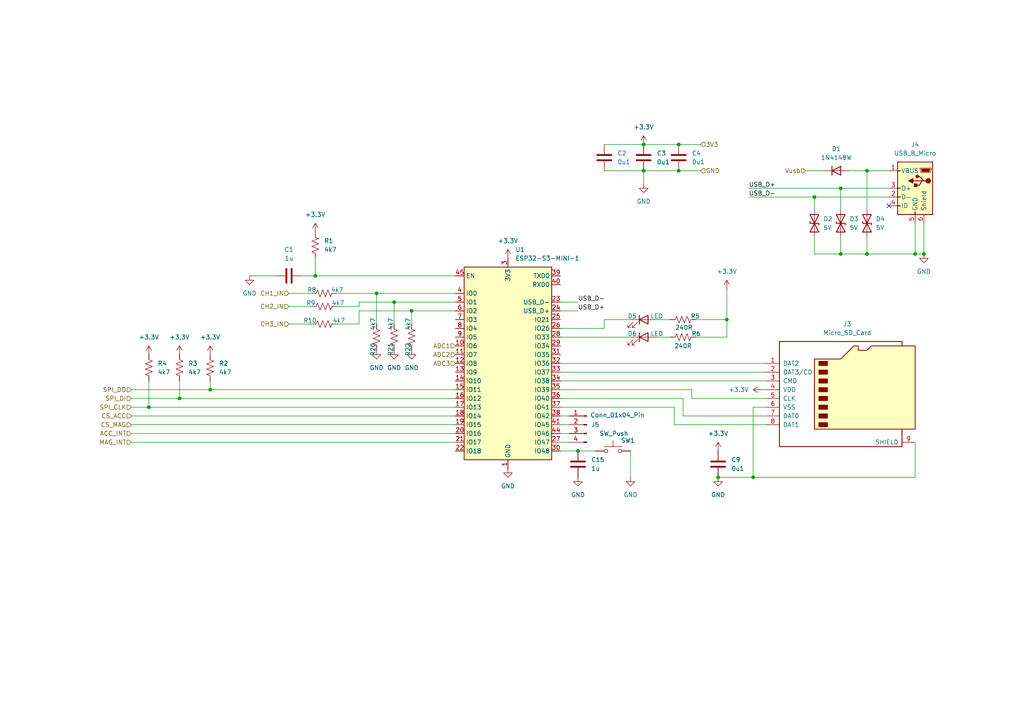
<source format=kicad_sch>
(kicad_sch (version 20250114) (generator "eeschema") (generator_version "9.0")
  (paper "A4")
  (lib_symbols
    (symbol "Connector:Conn_01x04_Pin" (pin_names (offset 1.016) (hide yes))
      (property "Reference" "J" (at 0 5.08 0))
      (property "Value" "Conn_01x04_Pin" (at 0 -7.62 0))
      (symbol "Conn_01x04_Pin_1_1"
        (rectangle (start 0.8636 2.667) (end 0 2.413) (stroke (width 0.1524)) (fill (type outline)))
        (rectangle (start 0.8636 0.127) (end 0 -0.127) (stroke (width 0.1524)) (fill (type outline)))
        (rectangle (start 0.8636 -2.413) (end 0 -2.667) (stroke (width 0.1524)) (fill (type outline)))
        (rectangle (start 0.8636 -4.953) (end 0 -5.207) (stroke (width 0.1524)) (fill (type outline)))
        (polyline (pts (xy 1.27 2.54) (xy 0.8636 2.54)) (stroke (width 0.1524)))
        (polyline (pts (xy 1.27 0) (xy 0.8636 0)) (stroke (width 0.1524)))
        (polyline (pts (xy 1.27 -2.54) (xy 0.8636 -2.54)) (stroke (width 0.1524)))
        (polyline (pts (xy 1.27 -5.08) (xy 0.8636 -5.08)) (stroke (width 0.1524)))
        (pin passive line (at 5.08 2.54 180) (length 3.81) (name "Pin_1") (number "1"))
        (pin passive line (at 5.08 0 180) (length 3.81) (name "Pin_2") (number "2"))
        (pin passive line (at 5.08 -2.54 180) (length 3.81) (name "Pin_3") (number "3"))
        (pin passive line (at 5.08 -5.08 180) (length 3.81) (name "Pin_4") (number "4"))
      )
    )
    (symbol "Connector:Micro_SD_Card" (pin_names (offset 1.016))
      (property "Reference" "J" (at -16.51 15.24 0))
      (property "Value" "Micro_SD_Card" (at 16.51 15.24 0))
      (symbol "Micro_SD_Card_0_1"
        (polyline (pts (xy -8.89 -11.43) (xy -8.89 8.89) (xy -1.27 8.89) (xy 2.54 12.7) (xy 3.81 12.7) (xy 3.81 11.43) (xy 6.35 11.43) (xy 7.62 12.7) (xy 20.32 12.7) (xy 20.32 -11.43) (xy -8.89 -11.43)) (stroke (width 0.254)) (fill (type background)))
        (rectangle (start -7.62 8.255) (end -5.08 6.985) (fill (type outline)))
        (rectangle (start -7.62 5.715) (end -5.08 4.445) (fill (type outline)))
        (rectangle (start -7.62 3.175) (end -5.08 1.905) (fill (type outline)))
        (rectangle (start -7.62 0.635) (end -5.08 -0.635) (fill (type outline)))
        (rectangle (start -7.62 -1.905) (end -5.08 -3.175) (fill (type outline)))
        (rectangle (start -7.62 -4.445) (end -5.08 -5.715) (fill (type outline)))
        (rectangle (start -7.62 -6.985) (end -5.08 -8.255) (fill (type outline)))
        (rectangle (start -7.62 -9.525) (end -5.08 -10.795) (fill (type outline)))
        (polyline (pts (xy 16.51 12.7) (xy 16.51 13.97) (xy -19.05 13.97) (xy -19.05 -16.51) (xy 16.51 -16.51) (xy 16.51 -11.43)) (stroke (width 0.254)))
      )
      (symbol "Micro_SD_Card_1_1"
        (pin bidirectional line (at -22.86 7.62 0) (length 3.81) (name "DAT2") (number "1"))
        (pin bidirectional line (at -22.86 5.08 0) (length 3.81) (name "DAT3/CD") (number "2"))
        (pin input line (at -22.86 2.54 0) (length 3.81) (name "CMD") (number "3"))
        (pin power_in line (at -22.86 0 0) (length 3.81) (name "VDD") (number "4"))
        (pin input line (at -22.86 -2.54 0) (length 3.81) (name "CLK") (number "5"))
        (pin power_in line (at -22.86 -5.08 0) (length 3.81) (name "VSS") (number "6"))
        (pin bidirectional line (at -22.86 -7.62 0) (length 3.81) (name "DAT0") (number "7"))
        (pin bidirectional line (at -22.86 -10.16 0) (length 3.81) (name "DAT1") (number "8"))
        (pin passive line (at 20.32 -15.24 180) (length 3.81) (name "SHIELD") (number "9"))
      )
    )
    (symbol "Connector:USB_B_Micro" (pin_names (offset 1.016))
      (property "Reference" "J" (at -5.08 11.43 0))
      (property "Value" "USB_B_Micro" (at -5.08 8.89 0))
      (symbol "USB_B_Micro_0_1"
        (rectangle (start -5.08 -7.62) (end 5.08 7.62) (stroke (width 0.254)) (fill (type background)))
        (polyline (pts (xy -4.699 5.842) (xy -4.699 5.588) (xy -4.445 4.826) (xy -4.445 4.572) (xy -1.651 4.572) (xy -1.651 4.826) (xy -1.397 5.588) (xy -1.397 5.842) (xy -4.699 5.842)))
        (polyline (pts (xy -4.318 5.588) (xy -1.778 5.588) (xy -2.032 4.826) (xy -4.064 4.826) (xy -4.318 5.588)) (fill (type outline)))
        (circle (center -3.81 2.159) (radius 0.635) (stroke (width 0.254)) (fill (type outline)))
        (polyline (pts (xy -3.175 2.159) (xy -2.54 2.159) (xy -1.27 3.429) (xy -0.635 3.429)) (stroke (width 0.254)))
        (polyline (pts (xy -2.54 2.159) (xy -1.905 2.159) (xy -1.27 0.889) (xy 0 0.889)) (stroke (width 0.254)))
        (polyline (pts (xy -1.905 2.159) (xy 0.635 2.159)) (stroke (width 0.254)))
        (circle (center -0.635 3.429) (radius 0.381) (stroke (width 0.254)) (fill (type outline)))
        (rectangle (start -0.127 -7.62) (end 0.127 -6.858))
        (rectangle (start 0.254 1.27) (end -0.508 0.508) (stroke (width 0.254)) (fill (type outline)))
        (polyline (pts (xy 0.635 2.794) (xy 0.635 1.524) (xy 1.905 2.159) (xy 0.635 2.794)) (stroke (width 0.254)) (fill (type outline)))
        (rectangle (start 5.08 4.953) (end 4.318 5.207))
        (rectangle (start 5.08 -0.127) (end 4.318 0.127))
        (rectangle (start 5.08 -2.667) (end 4.318 -2.413))
        (rectangle (start 5.08 -5.207) (end 4.318 -4.953))
      )
      (symbol "USB_B_Micro_1_1"
        (pin passive line (at -2.54 -10.16 90) (length 2.54) (name "Shield") (number "6"))
        (pin power_out line (at 0 -10.16 90) (length 2.54) (name "GND") (number "5"))
        (pin power_out line (at 7.62 5.08 180) (length 2.54) (name "VBUS") (number "1"))
        (pin bidirectional line (at 7.62 0 180) (length 2.54) (name "D+") (number "3"))
        (pin bidirectional line (at 7.62 -2.54 180) (length 2.54) (name "D-") (number "2"))
        (pin passive line (at 7.62 -5.08 180) (length 2.54) (name "ID") (number "4"))
      )
    )
    (symbol "Device:C" (pin_numbers (hide yes)) (pin_names (offset 0.254))
      (property "Reference" "C" (at 0.635 2.54 0))
      (property "Value" "C" (at 0.635 -2.54 0))
      (symbol "C_0_1"
        (polyline (pts (xy -2.032 0.762) (xy 2.032 0.762)) (stroke (width 0.508)))
        (polyline (pts (xy -2.032 -0.762) (xy 2.032 -0.762)) (stroke (width 0.508)))
      )
      (symbol "C_1_1"
        (pin passive line (at 0 3.81 270) (length 2.794) (name "~") (number "1"))
        (pin passive line (at 0 -3.81 90) (length 2.794) (name "~") (number "2"))
      )
    )
    (symbol "Device:D_TVS" (pin_numbers (hide yes)) (pin_names (offset 1.016) (hide yes))
      (property "Reference" "D" (at 0 2.54 0))
      (property "Value" "D_TVS" (at 0 -2.54 0))
      (symbol "D_TVS_0_1"
        (polyline (pts (xy -2.54 1.27) (xy -2.54 -1.27) (xy 2.54 1.27) (xy 2.54 -1.27) (xy -2.54 1.27)) (stroke (width 0.254)))
        (polyline (pts (xy 0.508 1.27) (xy 0 1.27) (xy 0 -1.27) (xy -0.508 -1.27)) (stroke (width 0.254)))
        (polyline (pts (xy 1.27 0) (xy -1.27 0)))
      )
      (symbol "D_TVS_1_1"
        (pin passive line (at -3.81 0 0) (length 2.54) (name "A1") (number "1"))
        (pin passive line (at 3.81 0 180) (length 2.54) (name "A2") (number "2"))
      )
    )
    (symbol "Device:LED" (pin_numbers (hide yes)) (pin_names (offset 1.016) (hide yes))
      (property "Reference" "D" (at 0 2.54 0))
      (property "Value" "LED" (at 0 -2.54 0))
      (symbol "LED_0_1"
        (polyline (pts (xy -3.048 -0.762) (xy -4.572 -2.286) (xy -3.81 -2.286) (xy -4.572 -2.286) (xy -4.572 -1.524)))
        (polyline (pts (xy -1.778 -0.762) (xy -3.302 -2.286) (xy -2.54 -2.286) (xy -3.302 -2.286) (xy -3.302 -1.524)))
        (polyline (pts (xy -1.27 0) (xy 1.27 0)))
        (polyline (pts (xy -1.27 -1.27) (xy -1.27 1.27)) (stroke (width 0.254)))
        (polyline (pts (xy 1.27 -1.27) (xy 1.27 1.27) (xy -1.27 0) (xy 1.27 -1.27)) (stroke (width 0.254)))
      )
      (symbol "LED_1_1"
        (pin passive line (at -3.81 0 0) (length 2.54) (name "K") (number "1"))
        (pin passive line (at 3.81 0 180) (length 2.54) (name "A") (number "2"))
      )
    )
    (symbol "Device:R_US" (pin_numbers (hide yes)) (pin_names (offset 0))
      (property "Reference" "R" (at 2.54 0 90))
      (property "Value" "R_US" (at -2.54 0 90))
      (symbol "R_US_0_1"
        (polyline (pts (xy 0 2.286) (xy 0 2.54)))
        (polyline (pts (xy 0 2.286) (xy 1.016 1.905) (xy 0 1.524) (xy -1.016 1.143) (xy 0 0.762)))
        (polyline (pts (xy 0 0.762) (xy 1.016 0.381) (xy 0 0) (xy -1.016 -0.381) (xy 0 -0.762)))
        (polyline (pts (xy 0 -0.762) (xy 1.016 -1.143) (xy 0 -1.524) (xy -1.016 -1.905) (xy 0 -2.286)))
        (polyline (pts (xy 0 -2.286) (xy 0 -2.54)))
      )
      (symbol "R_US_1_1"
        (pin passive line (at 0 3.81 270) (length 1.27) (name "~") (number "1"))
        (pin passive line (at 0 -3.81 90) (length 1.27) (name "~") (number "2"))
      )
    )
    (symbol "Diode:1N4148W" (pin_numbers (hide yes)) (pin_names (hide yes))
      (property "Reference" "D" (at 0 2.54 0))
      (property "Value" "1N4148W" (at 0 -2.54 0))
      (symbol "1N4148W_0_1"
        (polyline (pts (xy -1.27 1.27) (xy -1.27 -1.27)) (stroke (width 0.254)))
        (polyline (pts (xy 1.27 1.27) (xy 1.27 -1.27) (xy -1.27 0) (xy 1.27 1.27)) (stroke (width 0.254)))
        (polyline (pts (xy 1.27 0) (xy -1.27 0)))
      )
      (symbol "1N4148W_1_1"
        (pin passive line (at -3.81 0 0) (length 2.54) (name "K") (number "1"))
        (pin passive line (at 3.81 0 180) (length 2.54) (name "A") (number "2"))
      )
    )
    (symbol "RF_Module:ESP32-S3-MINI-1"
      (property "Reference" "U" (at -11.43 29.21 0))
      (property "Value" "ESP32-S3-MINI-1" (at 12.7 29.21 0))
      (symbol "ESP32-S3-MINI-1_0_1"
        (rectangle (start -12.7 27.94) (end 12.7 -27.94) (stroke (width 0.254)) (fill (type background)))
      )
      (symbol "ESP32-S3-MINI-1_1_1"
        (pin input line (at -15.24 25.4 0) (length 2.54) (name "EN") (number "45"))
        (pin bidirectional line (at -15.24 20.32 0) (length 2.54) (name "IO0") (number "4"))
        (pin bidirectional line (at -15.24 17.78 0) (length 2.54) (name "IO1") (number "5"))
        (pin bidirectional line (at -15.24 15.24 0) (length 2.54) (name "IO2") (number "6"))
        (pin bidirectional line (at -15.24 12.7 0) (length 2.54) (name "IO3") (number "7"))
        (pin bidirectional line (at -15.24 10.16 0) (length 2.54) (name "IO4") (number "8"))
        (pin bidirectional line (at -15.24 7.62 0) (length 2.54) (name "IO5") (number "9"))
        (pin bidirectional line (at -15.24 5.08 0) (length 2.54) (name "IO6") (number "10"))
        (pin bidirectional line (at -15.24 2.54 0) (length 2.54) (name "IO7") (number "11"))
        (pin bidirectional line (at -15.24 0 0) (length 2.54) (name "IO8") (number "12"))
        (pin bidirectional line (at -15.24 -2.54 0) (length 2.54) (name "IO9") (number "13"))
        (pin bidirectional line (at -15.24 -5.08 0) (length 2.54) (name "IO10") (number "14"))
        (pin bidirectional line (at -15.24 -7.62 0) (length 2.54) (name "IO11") (number "15"))
        (pin bidirectional line (at -15.24 -10.16 0) (length 2.54) (name "IO12") (number "16"))
        (pin bidirectional line (at -15.24 -12.7 0) (length 2.54) (name "IO13") (number "17"))
        (pin bidirectional line (at -15.24 -15.24 0) (length 2.54) (name "IO14") (number "18"))
        (pin bidirectional line (at -15.24 -17.78 0) (length 2.54) (name "IO15") (number "19"))
        (pin bidirectional line (at -15.24 -20.32 0) (length 2.54) (name "IO16") (number "20"))
        (pin bidirectional line (at -15.24 -22.86 0) (length 2.54) (name "IO17") (number "21"))
        (pin bidirectional line (at -15.24 -25.4 0) (length 2.54) (name "IO18") (number "22"))
        (pin power_in line (at 0 30.48 270) (length 2.54) (name "3V3") (number "3"))
        (pin power_in line (at 0 -30.48 90) (length 2.54) (name "GND") (number "1"))
        (pin passive line (at 0 -30.48 90) (length 2.54) (hide yes) (name "GND") (number "2"))
        (pin passive line (at 0 -30.48 90) (length 2.54) (hide yes) (name "GND") (number "42"))
        (pin passive line (at 0 -30.48 90) (length 2.54) (hide yes) (name "GND") (number "43"))
        (pin passive line (at 0 -30.48 90) (length 2.54) (hide yes) (name "GND") (number "46"))
        (pin passive line (at 0 -30.48 90) (length 2.54) (hide yes) (name "GND") (number "47"))
        (pin passive line (at 0 -30.48 90) (length 2.54) (hide yes) (name "GND") (number "48"))
        (pin passive line (at 0 -30.48 90) (length 2.54) (hide yes) (name "GND") (number "49"))
        (pin passive line (at 0 -30.48 90) (length 2.54) (hide yes) (name "GND") (number "50"))
        (pin passive line (at 0 -30.48 90) (length 2.54) (hide yes) (name "GND") (number "51"))
        (pin passive line (at 0 -30.48 90) (length 2.54) (hide yes) (name "GND") (number "52"))
        (pin passive line (at 0 -30.48 90) (length 2.54) (hide yes) (name "GND") (number "53"))
        (pin passive line (at 0 -30.48 90) (length 2.54) (hide yes) (name "GND") (number "54"))
        (pin passive line (at 0 -30.48 90) (length 2.54) (hide yes) (name "GND") (number "55"))
        (pin passive line (at 0 -30.48 90) (length 2.54) (hide yes) (name "GND") (number "56"))
        (pin passive line (at 0 -30.48 90) (length 2.54) (hide yes) (name "GND") (number "57"))
        (pin passive line (at 0 -30.48 90) (length 2.54) (hide yes) (name "GND") (number "58"))
        (pin passive line (at 0 -30.48 90) (length 2.54) (hide yes) (name "GND") (number "59"))
        (pin passive line (at 0 -30.48 90) (length 2.54) (hide yes) (name "GND") (number "60"))
        (pin passive line (at 0 -30.48 90) (length 2.54) (hide yes) (name "GND") (number "61"))
        (pin passive line (at 0 -30.48 90) (length 2.54) (hide yes) (name "GND") (number "62"))
        (pin passive line (at 0 -30.48 90) (length 2.54) (hide yes) (name "GND") (number "63"))
        (pin passive line (at 0 -30.48 90) (length 2.54) (hide yes) (name "GND") (number "64"))
        (pin passive line (at 0 -30.48 90) (length 2.54) (hide yes) (name "GND") (number "65"))
        (pin bidirectional line (at 15.24 25.4 180) (length 2.54) (name "TXD0") (number "39"))
        (pin bidirectional line (at 15.24 22.86 180) (length 2.54) (name "RXD0") (number "40"))
        (pin bidirectional line (at 15.24 17.78 180) (length 2.54) (name "USB_D-") (number "23"))
        (pin bidirectional line (at 15.24 15.24 180) (length 2.54) (name "USB_D+") (number "24"))
        (pin bidirectional line (at 15.24 12.7 180) (length 2.54) (name "IO21") (number "25"))
        (pin bidirectional line (at 15.24 10.16 180) (length 2.54) (name "IO26") (number "26"))
        (pin bidirectional line (at 15.24 7.62 180) (length 2.54) (name "IO33") (number "28"))
        (pin bidirectional line (at 15.24 5.08 180) (length 2.54) (name "IO34") (number "29"))
        (pin bidirectional line (at 15.24 2.54 180) (length 2.54) (name "IO35") (number "31"))
        (pin bidirectional line (at 15.24 0 180) (length 2.54) (name "IO36") (number "32"))
        (pin bidirectional line (at 15.24 -2.54 180) (length 2.54) (name "IO37") (number "33"))
        (pin bidirectional line (at 15.24 -5.08 180) (length 2.54) (name "IO38") (number "34"))
        (pin bidirectional line (at 15.24 -7.62 180) (length 2.54) (name "IO39") (number "35"))
        (pin bidirectional line (at 15.24 -10.16 180) (length 2.54) (name "IO40") (number "36"))
        (pin bidirectional line (at 15.24 -12.7 180) (length 2.54) (name "IO41") (number "37"))
        (pin bidirectional line (at 15.24 -15.24 180) (length 2.54) (name "IO42") (number "38"))
        (pin bidirectional line (at 15.24 -17.78 180) (length 2.54) (name "IO45") (number "41"))
        (pin bidirectional line (at 15.24 -20.32 180) (length 2.54) (name "IO46") (number "44"))
        (pin bidirectional line (at 15.24 -22.86 180) (length 2.54) (name "IO47") (number "27"))
        (pin bidirectional line (at 15.24 -25.4 180) (length 2.54) (name "IO48") (number "30"))
      )
    )
    (symbol "Switch:SW_Push" (pin_numbers (hide yes)) (pin_names (offset 1.016) (hide yes))
      (property "Reference" "SW" (at 1.27 2.54 0))
      (property "Value" "SW_Push" (at 0 -1.524 0))
      (symbol "SW_Push_0_1"
        (circle (center -2.032 0) (radius 0.508))
        (polyline (pts (xy 0 1.27) (xy 0 3.048)))
        (circle (center 2.032 0) (radius 0.508))
        (polyline (pts (xy 2.54 1.27) (xy -2.54 1.27)))
        (pin passive line (at -5.08 0 0) (length 2.54) (name "1") (number "1"))
        (pin passive line (at 5.08 0 180) (length 2.54) (name "2") (number "2"))
      )
    )
    (symbol "power:+3.3V" (power) (pin_numbers (hide yes)) (pin_names (offset 0) (hide yes))
      (property "Value" "+3.3V" (at 0 3.556 0))
      (symbol "+3.3V_0_1"
        (polyline (pts (xy -0.762 1.27) (xy 0 2.54)))
        (polyline (pts (xy 0 2.54) (xy 0.762 1.27)))
        (polyline (pts (xy 0 0) (xy 0 2.54)))
      )
      (symbol "+3.3V_1_1"
        (pin power_in line (at 0 0 90) (length 0) (name "~") (number "1"))
      )
    )
    (symbol "power:GND" (power) (pin_numbers (hide yes)) (pin_names (offset 0) (hide yes))
      (property "Value" "GND" (at 0 -3.81 0))
      (symbol "GND_0_1"
        (polyline (pts (xy 0 0) (xy 0 -1.27) (xy 1.27 -1.27) (xy 0 -2.54) (xy -1.27 -1.27) (xy 0 -1.27)))
      )
      (symbol "GND_1_1"
        (pin power_in line (at 0 0 270) (length 0) (name "~") (number "1"))
      )
    )
  )
  (junction (at 60.96 113.03))
  (junction (at 267.97 73.66))
  (junction (at 186.69 41.91))
  (junction (at 243.84 54.61))
  (junction (at 265.43 73.66))
  (junction (at 210.82 92.71))
  (junction (at 91.44 80.01))
  (junction (at 52.07 115.57))
  (junction (at 243.84 73.66))
  (junction (at 251.46 49.53))
  (junction (at 167.64 130.81))
  (junction (at 43.18 118.11))
  (junction (at 251.46 73.66))
  (junction (at 236.22 57.15))
  (junction (at 196.85 49.53))
  (junction (at 218.44 138.43))
  (junction (at 208.28 138.43))
  (junction (at 109.22 85.09))
  (junction (at 196.85 41.91))
  (junction (at 114.3 87.63))
  (junction (at 119.38 90.17))
  (junction (at 186.69 49.53))
  (no_connect (at 257.81 59.69))
  (wire (pts (xy 198.12 115.57) (xy 198.12 120.65)))
  (wire (pts (xy 165.1 125.73) (xy 162.56 125.73)))
  (wire (pts (xy 165.1 123.19) (xy 162.56 123.19)))
  (wire (pts (xy 243.84 54.61) (xy 257.81 54.61)))
  (wire (pts (xy 243.84 68.58) (xy 243.84 73.66)))
  (wire (pts (xy 38.1 118.11) (xy 43.18 118.11)))
  (wire (pts (xy 243.84 54.61) (xy 243.84 60.96)))
  (wire (pts (xy 104.14 88.9) (xy 104.14 87.63)))
  (wire (pts (xy 104.14 88.9) (xy 97.79 88.9)))
  (wire (pts (xy 97.79 93.98) (xy 104.14 93.98)))
  (wire (pts (xy 97.79 85.09) (xy 109.22 85.09)))
  (wire (pts (xy 243.84 73.66) (xy 236.22 73.66)))
  (wire (pts (xy 72.39 80.01) (xy 80.01 80.01)))
  (wire (pts (xy 182.88 92.71) (xy 175.26 92.71)))
  (wire (pts (xy 83.82 93.98) (xy 90.17 93.98)))
  (wire (pts (xy 43.18 110.49) (xy 43.18 118.11)))
  (wire (pts (xy 251.46 49.53) (xy 251.46 60.96)))
  (wire (pts (xy 222.25 123.19) (xy 195.58 123.19)))
  (wire (pts (xy 222.25 118.11) (xy 218.44 118.11)))
  (wire (pts (xy 236.22 57.15) (xy 236.22 60.96)))
  (wire (pts (xy 200.66 113.03) (xy 200.66 115.57)))
  (wire (pts (xy 38.1 128.27) (xy 132.08 128.27)))
  (wire (pts (xy 251.46 49.53) (xy 246.38 49.53)))
  (wire (pts (xy 251.46 68.58) (xy 251.46 73.66)))
  (wire (pts (xy 60.96 110.49) (xy 60.96 113.03)))
  (wire (pts (xy 265.43 64.77) (xy 265.43 73.66)))
  (wire (pts (xy 196.85 49.53) (xy 203.2 49.53)))
  (wire (pts (xy 175.26 92.71) (xy 175.26 95.25)))
  (wire (pts (xy 165.1 128.27) (xy 162.56 128.27)))
  (wire (pts (xy 201.93 92.71) (xy 210.82 92.71)))
  (wire (pts (xy 104.14 87.63) (xy 114.3 87.63)))
  (wire (pts (xy 236.22 57.15) (xy 257.81 57.15)))
  (wire (pts (xy 162.56 110.49) (xy 222.25 110.49)))
  (wire (pts (xy 109.22 85.09) (xy 109.22 93.98)))
  (wire (pts (xy 38.1 123.19) (xy 132.08 123.19)))
  (wire (pts (xy 162.56 130.81) (xy 167.64 130.81)))
  (wire (pts (xy 162.56 107.95) (xy 222.25 107.95)))
  (wire (pts (xy 218.44 118.11) (xy 218.44 138.43)))
  (wire (pts (xy 162.56 97.79) (xy 182.88 97.79)))
  (wire (pts (xy 218.44 138.43) (xy 265.43 138.43)))
  (wire (pts (xy 236.22 73.66) (xy 236.22 68.58)))
  (wire (pts (xy 60.96 113.03) (xy 132.08 113.03)))
  (wire (pts (xy 257.81 49.53) (xy 251.46 49.53)))
  (wire (pts (xy 186.69 49.53) (xy 196.85 49.53)))
  (wire (pts (xy 251.46 73.66) (xy 243.84 73.66)))
  (wire (pts (xy 38.1 120.65) (xy 132.08 120.65)))
  (wire (pts (xy 210.82 97.79) (xy 201.93 97.79)))
  (wire (pts (xy 233.68 49.53) (xy 238.76 49.53)))
  (wire (pts (xy 210.82 83.82) (xy 210.82 92.71)))
  (wire (pts (xy 175.26 41.91) (xy 186.69 41.91)))
  (wire (pts (xy 83.82 88.9) (xy 90.17 88.9)))
  (wire (pts (xy 195.58 118.11) (xy 195.58 123.19)))
  (wire (pts (xy 265.43 138.43) (xy 265.43 128.27)))
  (wire (pts (xy 119.38 90.17) (xy 119.38 93.98)))
  (wire (pts (xy 182.88 130.81) (xy 182.88 138.43)))
  (wire (pts (xy 222.25 113.03) (xy 220.98 113.03)))
  (wire (pts (xy 132.08 80.01) (xy 91.44 80.01)))
  (wire (pts (xy 217.17 54.61) (xy 243.84 54.61)))
  (wire (pts (xy 200.66 113.03) (xy 162.56 113.03)))
  (wire (pts (xy 194.31 92.71) (xy 190.5 92.71)))
  (wire (pts (xy 52.07 110.49) (xy 52.07 115.57)))
  (wire (pts (xy 194.31 97.79) (xy 190.5 97.79)))
  (wire (pts (xy 119.38 90.17) (xy 132.08 90.17)))
  (wire (pts (xy 162.56 90.17) (xy 167.64 90.17)))
  (wire (pts (xy 109.22 85.09) (xy 132.08 85.09)))
  (wire (pts (xy 267.97 64.77) (xy 267.97 73.66)))
  (wire (pts (xy 87.63 80.01) (xy 91.44 80.01)))
  (wire (pts (xy 218.44 138.43) (xy 208.28 138.43)))
  (wire (pts (xy 265.43 73.66) (xy 251.46 73.66)))
  (wire (pts (xy 91.44 74.93) (xy 91.44 80.01)))
  (wire (pts (xy 104.14 90.17) (xy 119.38 90.17)))
  (wire (pts (xy 195.58 118.11) (xy 162.56 118.11)))
  (wire (pts (xy 175.26 49.53) (xy 186.69 49.53)))
  (wire (pts (xy 38.1 115.57) (xy 52.07 115.57)))
  (wire (pts (xy 186.69 49.53) (xy 186.69 53.34)))
  (wire (pts (xy 217.17 57.15) (xy 236.22 57.15)))
  (wire (pts (xy 210.82 92.71) (xy 210.82 97.79)))
  (wire (pts (xy 43.18 118.11) (xy 132.08 118.11)))
  (wire (pts (xy 83.82 85.09) (xy 90.17 85.09)))
  (wire (pts (xy 175.26 95.25) (xy 162.56 95.25)))
  (wire (pts (xy 162.56 87.63) (xy 167.64 87.63)))
  (wire (pts (xy 162.56 105.41) (xy 222.25 105.41)))
  (wire (pts (xy 52.07 115.57) (xy 132.08 115.57)))
  (wire (pts (xy 198.12 115.57) (xy 162.56 115.57)))
  (wire (pts (xy 104.14 93.98) (xy 104.14 90.17)))
  (wire (pts (xy 167.64 130.81) (xy 172.72 130.81)))
  (wire (pts (xy 114.3 87.63) (xy 114.3 93.98)))
  (wire (pts (xy 165.1 120.65) (xy 162.56 120.65)))
  (wire (pts (xy 222.25 115.57) (xy 200.66 115.57)))
  (wire (pts (xy 267.97 73.66) (xy 265.43 73.66)))
  (wire (pts (xy 186.69 41.91) (xy 196.85 41.91)))
  (wire (pts (xy 222.25 120.65) (xy 198.12 120.65)))
  (wire (pts (xy 114.3 87.63) (xy 132.08 87.63)))
  (wire (pts (xy 38.1 113.03) (xy 60.96 113.03)))
  (wire (pts (xy 38.1 125.73) (xy 132.08 125.73)))
  (wire (pts (xy 203.2 41.91) (xy 196.85 41.91)))
  (label "USB_D-" (at 167.64 87.63 0))
  (label "USB_D+" (at 167.64 90.17 0))
  (label "USB_D-" (at 217.17 57.15 0))
  (label "USB_D+" (at 217.17 54.61 0))
  (hierarchical_label "SPI_DO" (shape input) (at 38.1 113.03 180))
  (hierarchical_label "CH1_IN" (shape input) (at 83.82 85.09 180))
  (hierarchical_label "ADC2" (shape input) (at 132.08 102.87 180))
  (hierarchical_label "3V3" (shape input) (at 203.2 41.91 0))
  (hierarchical_label "SPI_CLK" (shape input) (at 38.1 118.11 180))
  (hierarchical_label "MAG_INT" (shape input) (at 38.1 128.27 180))
  (hierarchical_label "CH2_IN" (shape input) (at 83.82 88.9 180))
  (hierarchical_label "Vusb" (shape input) (at 233.68 49.53 180))
  (hierarchical_label "CS_MAG" (shape input) (at 38.1 123.19 180))
  (hierarchical_label "ADC3" (shape input) (at 132.08 105.41 180))
  (hierarchical_label "SPI_DI" (shape input) (at 38.1 115.57 180))
  (hierarchical_label "ADC1" (shape input) (at 132.08 100.33 180))
  (hierarchical_label "ACC_INT" (shape input) (at 38.1 125.73 180))
  (hierarchical_label "GND" (shape input) (at 203.2 49.53 0))
  (hierarchical_label "CH3_IN" (shape input) (at 83.82 93.98 180))
  (hierarchical_label "CS_ACC" (shape input) (at 38.1 120.65 180))
  (symbol (lib_id "Device:C") (at 186.69 45.72 0) (unit 1)
    (property "Reference" "C3" (at 190.5 44.4499 0) (effects (justify left)))
    (property "Value" "0u1" (at 190.5 46.9899 0) (effects (justify left)))
    (property "Footprint" "Capacitor_SMD:C_0603_1608Metric" (effects (hide yes)))
    (property "Description" "Unpolarized capacitor" (effects (hide yes)))
  )
  (symbol (lib_id "Device:R_US") (at 43.18 106.68 0) (unit 1)
    (property "Reference" "R4" (at 45.72 105.4099 0) (effects (justify left)))
    (property "Value" "4k7" (at 45.72 107.9499 0) (effects (justify left)))
    (property "Footprint" "Resistor_SMD:R_0603_1608Metric_Pad0.98x0.95mm_HandSolder" (effects (hide yes)))
    (property "Description" "Resistor, US symbol" (effects (hide yes)))
  )
  (symbol (lib_id "power:+3.3V") (at 60.96 102.87 0) (unit 1)
    (property "Reference" "#PWR018" (effects (hide yes)))
    (property "Value" "+3.3V" (at 60.96 97.79 0))
    (property "Description" "Power symbol creates a global label with name \"+3.3V\"" (effects (hide yes)))
  )
  (symbol (lib_id "power:GND") (at 114.3 101.6 0) (unit 1)
    (property "Reference" "#PWR041" (effects (hide yes)))
    (property "Value" "GND" (at 114.3 106.68 0))
    (property "Description" "Power symbol creates a global label with name \"GND\" , ground" (effects (hide yes)))
  )
  (symbol (lib_id "power:GND") (at 182.88 138.43 0) (unit 1)
    (property "Reference" "#PWR028" (effects (hide yes)))
    (property "Value" "GND" (at 182.88 143.51 0))
    (property "Description" "Power symbol creates a global label with name \"GND\" , ground" (effects (hide yes)))
  )
  (symbol (lib_id "power:+3.3V") (at 208.28 130.81 0) (unit 1)
    (property "Reference" "#PWR017" (effects (hide yes)))
    (property "Value" "+3.3V" (at 208.28 125.73 0))
    (property "Description" "Power symbol creates a global label with name \"+3.3V\"" (effects (hide yes)))
  )
  (symbol (lib_id "power:+3.3V") (at 52.07 102.87 0) (unit 1)
    (property "Reference" "#PWR019" (effects (hide yes)))
    (property "Value" "+3.3V" (at 52.07 97.79 0))
    (property "Description" "Power symbol creates a global label with name \"+3.3V\"" (effects (hide yes)))
  )
  (symbol (lib_id "power:+3.3V") (at 43.18 102.87 0) (unit 1)
    (property "Reference" "#PWR020" (effects (hide yes)))
    (property "Value" "+3.3V" (at 43.18 97.79 0))
    (property "Description" "Power symbol creates a global label with name \"+3.3V\"" (effects (hide yes)))
  )
  (symbol (lib_id "Device:R_US") (at 114.3 97.79 180) (unit 1)
    (property "Reference" "R21" (at 113.284 101.346 90))
    (property "Value" "4k7" (at 113.284 93.98 90))
    (property "Footprint" "Resistor_SMD:R_0603_1608Metric_Pad0.98x0.95mm_HandSolder" (effects (hide yes)))
    (property "Description" "Resistor, US symbol" (effects (hide yes)))
  )
  (symbol (lib_id "power:GND") (at 186.69 53.34 0) (unit 1)
    (property "Reference" "#PWR03" (effects (hide yes)))
    (property "Value" "GND" (at 186.69 58.42 0))
    (property "Description" "Power symbol creates a global label with name \"GND\" , ground" (effects (hide yes)))
  )
  (symbol (lib_id "Device:LED") (at 186.69 92.71 0) (unit 1)
    (property "Reference" "D5" (at 183.388 91.694 0))
    (property "Value" "LED" (at 190.5 91.694 0))
    (property "Footprint" "LED_SMD:LED_0603_1608Metric_Pad1.05x0.95mm_HandSolder" (effects (hide yes)))
    (property "Description" "Light emitting diode" (effects (hide yes)))
    (property "Sim.Pins" "1=K 2=A" (effects (hide yes)))
  )
  (symbol (lib_id "power:+3.3V") (at 186.69 41.91 0) (unit 1)
    (property "Reference" "#PWR04" (effects (hide yes)))
    (property "Value" "+3.3V" (at 186.69 36.83 0))
    (property "Description" "Power symbol creates a global label with name \"+3.3V\"" (effects (hide yes)))
  )
  (symbol (lib_id "Device:C") (at 83.82 80.01 270) (unit 1)
    (property "Reference" "C1" (at 83.82 72.39 90))
    (property "Value" "1u" (at 83.82 74.93 90))
    (property "Footprint" "Capacitor_SMD:C_1206_3216Metric" (effects (hide yes)))
    (property "Description" "Unpolarized capacitor" (effects (hide yes)))
  )
  (symbol (lib_id "Device:R_US") (at 91.44 71.12 0) (unit 1)
    (property "Reference" "R1" (at 93.98 69.8499 0) (effects (justify left)))
    (property "Value" "4k7" (at 93.98 72.3899 0) (effects (justify left)))
    (property "Footprint" "Resistor_SMD:R_0603_1608Metric_Pad0.98x0.95mm_HandSolder" (effects (hide yes)))
    (property "Description" "Resistor, US symbol" (effects (hide yes)))
  )
  (symbol (lib_id "Device:D_TVS") (at 243.84 64.77 90) (unit 1)
    (property "Reference" "D3" (at 246.38 63.4999 90) (effects (justify right)))
    (property "Value" "5V" (at 246.38 66.0399 90) (effects (justify right)))
    (property "Footprint" "Diode_SMD:D_SOD-123" (effects (hide yes)))
    (property "Description" "Bidirectional transient-voltage-suppression diode" (effects (hide yes)))
  )
  (symbol (lib_id "power:GND") (at 109.22 101.6 0) (unit 1)
    (property "Reference" "#PWR040" (effects (hide yes)))
    (property "Value" "GND" (at 109.22 106.68 0))
    (property "Description" "Power symbol creates a global label with name \"GND\" , ground" (effects (hide yes)))
  )
  (symbol (lib_id "power:+3.3V") (at 210.82 83.82 0) (unit 1)
    (property "Reference" "#PWR021" (effects (hide yes)))
    (property "Value" "+3.3V" (at 210.82 78.74 0))
    (property "Description" "Power symbol creates a global label with name \"+3.3V\"" (effects (hide yes)))
  )
  (symbol (lib_id "RF_Module:ESP32-S3-MINI-1") (at 147.32 105.41 0) (unit 1)
    (property "Reference" "U1" (at 149.4633 72.39 0) (effects (justify left)))
    (property "Value" "ESP32-S3-MINI-1" (at 149.4633 74.93 0) (effects (justify left)))
    (property "Footprint" "RF_Module:ESP32-S2-MINI-1" (effects (hide yes)))
    (property "Datasheet" "https://www.espressif.com/sites/default/files/documentation/esp32-s3-mini-1_mini-1u_datasheet_en.pdf" (effects (hide yes)))
    (property "Description" "RF Module, ESP32-S3 SoC, Wi-Fi 802.11b/g/n, Bluetooth, BLE, 32-bit, 3.3V, SMD, onboard antenna" (effects (hide yes)))
  )
  (symbol (lib_id "Connector:Micro_SD_Card") (at 245.11 113.03 0) (unit 1)
    (property "Reference" "J3" (at 245.745 93.98 0))
    (property "Value" "Micro_SD_Card" (at 245.745 96.52 0))
    (property "Footprint" "Connector_Card:microSD_HC_Wuerth_693072010801" (effects (hide yes)))
    (property "Datasheet" "https://www.we-online.com/components/products/datasheet/693072010801.pdf" (effects (hide yes)))
    (property "Description" "Micro SD Card Socket" (effects (hide yes)))
  )
  (symbol (lib_id "power:GND") (at 208.28 138.43 0) (unit 1)
    (property "Reference" "#PWR016" (effects (hide yes)))
    (property "Value" "GND" (at 208.28 143.51 0))
    (property "Description" "Power symbol creates a global label with name \"GND\" , ground" (effects (hide yes)))
  )
  (symbol (lib_id "Device:C") (at 175.26 45.72 0) (unit 1)
    (property "Reference" "C2" (at 179.07 44.4499 0) (effects (justify left)))
    (property "Value" "0u1" (at 179.07 46.9899 0) (effects (justify left)))
    (property "Footprint" "Capacitor_SMD:C_0603_1608Metric" (effects (hide yes)))
    (property "Description" "Unpolarized capacitor" (effects (hide yes)))
  )
  (symbol (lib_id "Device:R_US") (at 119.38 97.79 180) (unit 1)
    (property "Reference" "R22" (at 118.364 101.346 90))
    (property "Value" "4k7" (at 118.364 93.98 90))
    (property "Footprint" "Resistor_SMD:R_0603_1608Metric_Pad0.98x0.95mm_HandSolder" (effects (hide yes)))
    (property "Description" "Resistor, US symbol" (effects (hide yes)))
  )
  (symbol (lib_id "Device:D_TVS") (at 251.46 64.77 90) (unit 1)
    (property "Reference" "D4" (at 254 63.4999 90) (effects (justify right)))
    (property "Value" "5V" (at 254 66.0399 90) (effects (justify right)))
    (property "Footprint" "Diode_SMD:D_SOD-123" (effects (hide yes)))
    (property "Description" "Bidirectional transient-voltage-suppression diode" (effects (hide yes)))
  )
  (symbol (lib_id "power:GND") (at 167.64 138.43 0) (unit 1)
    (property "Reference" "#PWR027" (effects (hide yes)))
    (property "Value" "GND" (at 167.64 143.51 0))
    (property "Description" "Power symbol creates a global label with name \"GND\" , ground" (effects (hide yes)))
  )
  (symbol (lib_id "power:+3.3V") (at 220.98 113.03 90) (unit 1)
    (property "Reference" "#PWR015" (effects (hide yes)))
    (property "Value" "+3.3V" (at 217.17 113.0299 90) (effects (justify left)))
    (property "Description" "Power symbol creates a global label with name \"+3.3V\"" (effects (hide yes)))
  )
  (symbol (lib_id "Device:LED") (at 186.69 97.79 0) (unit 1)
    (property "Reference" "D6" (at 183.388 96.774 0))
    (property "Value" "LED" (at 190.5 96.774 0))
    (property "Footprint" "LED_SMD:LED_1206_3216Metric" (effects (hide yes)))
    (property "Description" "Light emitting diode" (effects (hide yes)))
    (property "Sim.Pins" "1=K 2=A" (effects (hide yes)))
  )
  (symbol (lib_id "power:GND") (at 267.97 73.66 0) (unit 1)
    (property "Reference" "#PWR01" (effects (hide yes)))
    (property "Value" "GND" (at 267.97 78.74 0))
    (property "Description" "Power symbol creates a global label with name \"GND\" , ground" (effects (hide yes)))
  )
  (symbol (lib_id "power:+3.3V") (at 147.32 74.93 0) (unit 1)
    (property "Reference" "#PWR05" (effects (hide yes)))
    (property "Value" "+3.3V" (at 147.32 69.85 0))
    (property "Description" "Power symbol creates a global label with name \"+3.3V\"" (effects (hide yes)))
  )
  (symbol (lib_id "Device:R_US") (at 93.98 88.9 90) (unit 1)
    (property "Reference" "R9" (at 90.17 87.884 90))
    (property "Value" "4k7" (at 98.044 87.884 90))
    (property "Footprint" "Resistor_SMD:R_0603_1608Metric_Pad0.98x0.95mm_HandSolder" (effects (hide yes)))
    (property "Description" "Resistor, US symbol" (effects (hide yes)))
  )
  (symbol (lib_id "Connector:Conn_01x04_Pin") (at 170.18 123.19 0) (mirror y) (unit 1)
    (property "Reference" "J5" (at 171.45 123.1899 0) (effects (justify right)))
    (property "Value" "Conn_01x04_Pin" (at 171.196 120.396 0) (effects (justify right)))
    (property "Footprint" "Connector_PinHeader_2.54mm:PinHeader_1x04_P2.54mm_Vertical" (effects (hide yes)))
    (property "Description" "Generic connector, single row, 01x04, script generated" (effects (hide yes)))
  )
  (symbol (lib_id "Device:R_US") (at 109.22 97.79 180) (unit 1)
    (property "Reference" "R20" (at 108.204 101.346 90))
    (property "Value" "4k7" (at 108.204 93.98 90))
    (property "Footprint" "Resistor_SMD:R_0603_1608Metric_Pad0.98x0.95mm_HandSolder" (effects (hide yes)))
    (property "Description" "Resistor, US symbol" (effects (hide yes)))
  )
  (symbol (lib_id "Diode:1N4148W") (at 242.57 49.53 0) (unit 1)
    (property "Reference" "D1" (at 242.57 43.18 0))
    (property "Value" "1N4148W" (at 242.57 45.72 0))
    (property "Footprint" "Diode_SMD:D_SOD-123" (effects (hide yes)))
    (property "Datasheet" "https://www.vishay.com/docs/85748/1n4148w.pdf" (effects (hide yes)))
    (property "Description" "75V 0.15A Fast Switching Diode, SOD-123" (effects (hide yes)))
    (property "Sim.Device" "D" (effects (hide yes)))
    (property "Sim.Pins" "1=K 2=A" (effects (hide yes)))
  )
  (symbol (lib_id "Device:C") (at 196.85 45.72 0) (unit 1)
    (property "Reference" "C4" (at 200.66 44.4499 0) (effects (justify left)))
    (property "Value" "0u1" (at 200.66 46.9899 0) (effects (justify left)))
    (property "Footprint" "Capacitor_SMD:C_0603_1608Metric" (effects (hide yes)))
    (property "Description" "Unpolarized capacitor" (effects (hide yes)))
  )
  (symbol (lib_id "Connector:USB_B_Micro") (at 265.43 54.61 0) (mirror y) (unit 1)
    (property "Reference" "J4" (at 265.43 41.91 0))
    (property "Value" "USB_B_Micro" (at 265.43 44.45 0))
    (property "Footprint" "Connector_USB:USB_Micro-B_Amphenol_10118193-0002LF_Horizontal" (effects (hide yes)))
    (property "Description" "USB Micro Type B connector" (effects (hide yes)))
  )
  (symbol (lib_id "Device:R_US") (at 198.12 92.71 90) (unit 1)
    (property "Reference" "R5" (at 201.676 91.694 90))
    (property "Value" "240R" (at 198.374 94.996 90))
    (property "Footprint" "Resistor_SMD:R_0603_1608Metric_Pad0.98x0.95mm_HandSolder" (effects (hide yes)))
    (property "Description" "Resistor, US symbol" (effects (hide yes)))
  )
  (symbol (lib_id "Device:R_US") (at 198.12 97.79 90) (unit 1)
    (property "Reference" "R6" (at 201.93 96.774 90))
    (property "Value" "240R" (at 198.12 100.33 90))
    (property "Footprint" "Resistor_SMD:R_0603_1608Metric_Pad0.98x0.95mm_HandSolder" (effects (hide yes)))
    (property "Description" "Resistor, US symbol" (effects (hide yes)))
  )
  (symbol (lib_id "Device:D_TVS") (at 236.22 64.77 90) (unit 1)
    (property "Reference" "D2" (at 238.76 63.4999 90) (effects (justify right)))
    (property "Value" "5V" (at 238.76 66.0399 90) (effects (justify right)))
    (property "Footprint" "Diode_SMD:D_SOD-123" (effects (hide yes)))
    (property "Description" "Bidirectional transient-voltage-suppression diode" (effects (hide yes)))
  )
  (symbol (lib_id "Device:C") (at 208.28 134.62 0) (unit 1)
    (property "Reference" "C9" (at 212.09 133.3499 0) (effects (justify left)))
    (property "Value" "0u1" (at 212.09 135.8899 0) (effects (justify left)))
    (property "Footprint" "Capacitor_SMD:C_0603_1608Metric" (effects (hide yes)))
    (property "Description" "Unpolarized capacitor" (effects (hide yes)))
  )
  (symbol (lib_id "power:+3.3V") (at 91.44 67.31 0) (unit 1)
    (property "Reference" "#PWR06" (effects (hide yes)))
    (property "Value" "+3.3V" (at 91.44 62.23 0))
    (property "Description" "Power symbol creates a global label with name \"+3.3V\"" (effects (hide yes)))
  )
  (symbol (lib_id "power:GND") (at 119.38 101.6 0) (unit 1)
    (property "Reference" "#PWR042" (effects (hide yes)))
    (property "Value" "GND" (at 119.38 106.68 0))
    (property "Description" "Power symbol creates a global label with name \"GND\" , ground" (effects (hide yes)))
  )
  (symbol (lib_id "power:GND") (at 72.39 80.01 0) (unit 1)
    (property "Reference" "#PWR02" (effects (hide yes)))
    (property "Value" "GND" (at 72.39 85.09 0))
    (property "Description" "Power symbol creates a global label with name \"GND\" , ground" (effects (hide yes)))
  )
  (symbol (lib_id "Switch:SW_Push") (at 177.8 130.81 0) (unit 1)
    (property "Reference" "SW1" (at 182.118 127.762 0))
    (property "Value" "SW_Push" (at 178.054 125.73 0))
    (property "Footprint" "Button_Switch_SMD:SW_SPST_FSMSM" (effects (hide yes)))
    (property "Description" "Push button switch, generic, two pins" (effects (hide yes)))
  )
  (symbol (lib_id "power:GND") (at 147.32 135.89 0) (unit 1)
    (property "Reference" "#PWR07" (effects (hide yes)))
    (property "Value" "GND" (at 147.32 140.97 0))
    (property "Description" "Power symbol creates a global label with name \"GND\" , ground" (effects (hide yes)))
  )
  (symbol (lib_id "Device:R_US") (at 52.07 106.68 0) (unit 1)
    (property "Reference" "R3" (at 54.61 105.4099 0) (effects (justify left)))
    (property "Value" "4k7" (at 54.61 107.9499 0) (effects (justify left)))
    (property "Footprint" "Resistor_SMD:R_0603_1608Metric_Pad0.98x0.95mm_HandSolder" (effects (hide yes)))
    (property "Description" "Resistor, US symbol" (effects (hide yes)))
  )
  (symbol (lib_id "Device:R_US") (at 93.98 93.98 90) (unit 1)
    (property "Reference" "R10" (at 89.916 92.964 90))
    (property "Value" "4k7" (at 98.298 92.964 90))
    (property "Footprint" "Resistor_SMD:R_0603_1608Metric_Pad0.98x0.95mm_HandSolder" (effects (hide yes)))
    (property "Description" "Resistor, US symbol" (effects (hide yes)))
  )
  (symbol (lib_id "Device:R_US") (at 93.98 85.09 90) (unit 1)
    (property "Reference" "R8" (at 90.424 84.074 90))
    (property "Value" "4k7" (at 97.79 84.074 90))
    (property "Footprint" "Resistor_SMD:R_0603_1608Metric_Pad0.98x0.95mm_HandSolder" (effects (hide yes)))
    (property "Description" "Resistor, US symbol" (effects (hide yes)))
  )
  (symbol (lib_id "Device:R_US") (at 60.96 106.68 0) (unit 1)
    (property "Reference" "R2" (at 63.5 105.4099 0) (effects (justify left)))
    (property "Value" "4k7" (at 63.5 107.9499 0) (effects (justify left)))
    (property "Footprint" "Resistor_SMD:R_0603_1608Metric_Pad0.98x0.95mm_HandSolder" (effects (hide yes)))
    (property "Description" "Resistor, US symbol" (effects (hide yes)))
  )
  (symbol (lib_id "Device:C") (at 167.64 134.62 0) (unit 1)
    (property "Reference" "C15" (at 171.45 133.3499 0) (effects (justify left)))
    (property "Value" "1u" (at 171.45 135.8899 0) (effects (justify left)))
    (property "Footprint" "Capacitor_SMD:C_0603_1608Metric" (effects (hide yes)))
    (property "Description" "Unpolarized capacitor" (effects (hide yes)))
  )
)
</source>
